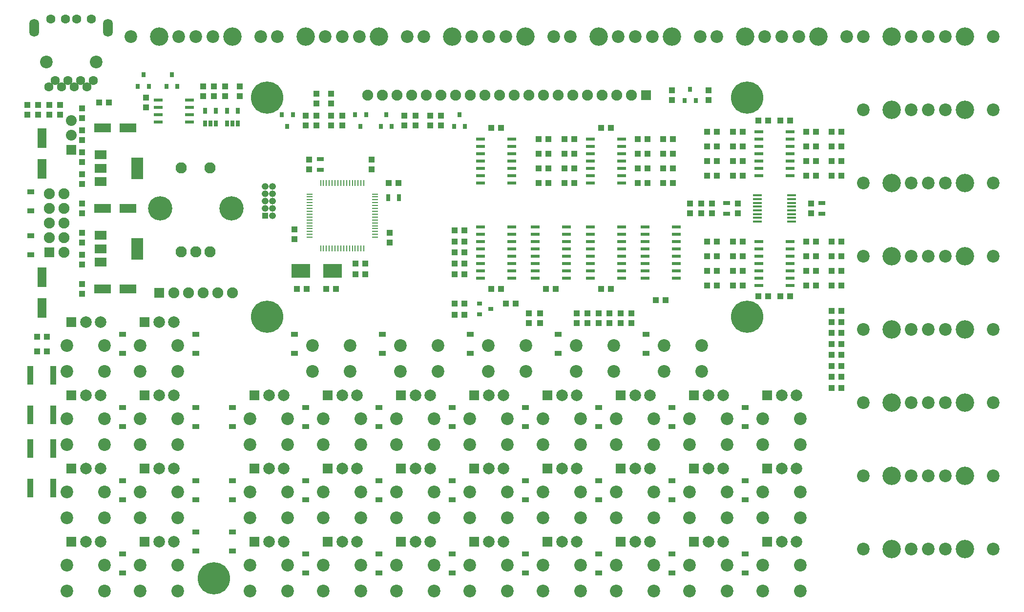
<source format=gts>
G04 #@! TF.GenerationSoftware,KiCad,Pcbnew,(5.0.0-rc2-24-g81af2db)*
G04 #@! TF.CreationDate,2019-03-18T22:47:18-05:00*
G04 #@! TF.ProjectId,sequencer,73657175656E6365722E6B696361645F,1.0*
G04 #@! TF.SameCoordinates,Original*
G04 #@! TF.FileFunction,Soldermask,Top*
G04 #@! TF.FilePolarity,Negative*
%FSLAX46Y46*%
G04 Gerber Fmt 4.6, Leading zero omitted, Abs format (unit mm)*
G04 Created by KiCad (PCBNEW (5.0.0-rc2-24-g81af2db)) date Monday, March 18, 2019 at 10:47:18 PM*
%MOMM*%
%LPD*%
G01*
G04 APERTURE LIST*
%ADD10C,2.200000*%
%ADD11C,3.200000*%
%ADD12R,0.800000X0.900000*%
%ADD13C,1.600000*%
%ADD14O,1.700000X3.100000*%
%ADD15R,1.000000X1.000000*%
%ADD16R,1.700000X1.700000*%
%ADD17O,1.900000X1.900000*%
%ADD18O,1.200000X1.200000*%
%ADD19R,0.250000X1.000000*%
%ADD20R,1.000000X0.250000*%
%ADD21R,1.000000X3.200000*%
%ADD22R,1.500000X0.600000*%
%ADD23R,1.500000X0.450000*%
%ADD24R,3.000000X1.600000*%
%ADD25R,1.600000X3.500000*%
%ADD26R,2.000000X3.800000*%
%ADD27R,2.000000X1.500000*%
%ADD28R,0.650000X1.060000*%
%ADD29C,1.950000*%
%ADD30O,4.200000X4.200000*%
%ADD31R,0.900000X0.800000*%
%ADD32R,1.800000X1.800000*%
%ADD33C,2.000000*%
%ADD34C,1.876400*%
%ADD35R,1.676400X1.676400*%
%ADD36R,1.550000X0.600000*%
%ADD37R,3.325000X2.400000*%
%ADD38R,1.300000X0.700000*%
%ADD39R,0.700000X1.300000*%
%ADD40R,1.200000X0.900000*%
%ADD41C,5.600000*%
G04 APERTURE END LIST*
D10*
G04 #@! TO.C,J1*
X96680000Y-45720000D03*
X104980000Y-45720000D03*
X107950000Y-45720000D03*
D11*
X101600000Y-45720000D03*
G04 #@! TD*
D10*
G04 #@! TO.C,J2*
X119220000Y-45720000D03*
X110920000Y-45720000D03*
X107950000Y-45720000D03*
D11*
X114300000Y-45720000D03*
G04 #@! TD*
D10*
G04 #@! TO.C,J25*
X223680000Y-134620000D03*
X231980000Y-134620000D03*
X234950000Y-134620000D03*
D11*
X228600000Y-134620000D03*
G04 #@! TD*
D10*
G04 #@! TO.C,J24*
X246220000Y-121920000D03*
X237920000Y-121920000D03*
X234950000Y-121920000D03*
D11*
X241300000Y-121920000D03*
G04 #@! TD*
D10*
G04 #@! TO.C,J18*
X246220000Y-83820000D03*
X237920000Y-83820000D03*
X234950000Y-83820000D03*
D11*
X241300000Y-83820000D03*
G04 #@! TD*
D10*
G04 #@! TO.C,J3*
X122080000Y-45720000D03*
X130380000Y-45720000D03*
X133350000Y-45720000D03*
D11*
X127000000Y-45720000D03*
G04 #@! TD*
D10*
G04 #@! TO.C,J4*
X144620000Y-45720000D03*
X136320000Y-45720000D03*
X133350000Y-45720000D03*
D11*
X139700000Y-45720000D03*
G04 #@! TD*
D10*
G04 #@! TO.C,J5*
X147480000Y-45720000D03*
X155780000Y-45720000D03*
X158750000Y-45720000D03*
D11*
X152400000Y-45720000D03*
G04 #@! TD*
D10*
G04 #@! TO.C,J6*
X170020000Y-45720000D03*
X161720000Y-45720000D03*
X158750000Y-45720000D03*
D11*
X165100000Y-45720000D03*
G04 #@! TD*
D10*
G04 #@! TO.C,J7*
X172880000Y-45720000D03*
X181180000Y-45720000D03*
X184150000Y-45720000D03*
D11*
X177800000Y-45720000D03*
G04 #@! TD*
D10*
G04 #@! TO.C,J8*
X195420000Y-45720000D03*
X187120000Y-45720000D03*
X184150000Y-45720000D03*
D11*
X190500000Y-45720000D03*
G04 #@! TD*
D10*
G04 #@! TO.C,J9*
X198280000Y-45720000D03*
X206580000Y-45720000D03*
X209550000Y-45720000D03*
D11*
X203200000Y-45720000D03*
G04 #@! TD*
D10*
G04 #@! TO.C,J10*
X220820000Y-45720000D03*
X212520000Y-45720000D03*
X209550000Y-45720000D03*
D11*
X215900000Y-45720000D03*
G04 #@! TD*
D10*
G04 #@! TO.C,J11*
X223680000Y-45720000D03*
X231980000Y-45720000D03*
X234950000Y-45720000D03*
D11*
X228600000Y-45720000D03*
G04 #@! TD*
D10*
G04 #@! TO.C,J12*
X246220000Y-45720000D03*
X237920000Y-45720000D03*
X234950000Y-45720000D03*
D11*
X241300000Y-45720000D03*
G04 #@! TD*
D10*
G04 #@! TO.C,J13*
X223680000Y-58420000D03*
X231980000Y-58420000D03*
X234950000Y-58420000D03*
D11*
X228600000Y-58420000D03*
G04 #@! TD*
D10*
G04 #@! TO.C,J14*
X246220000Y-58420000D03*
X237920000Y-58420000D03*
X234950000Y-58420000D03*
D11*
X241300000Y-58420000D03*
G04 #@! TD*
D10*
G04 #@! TO.C,J15*
X223680000Y-71120000D03*
X231980000Y-71120000D03*
X234950000Y-71120000D03*
D11*
X228600000Y-71120000D03*
G04 #@! TD*
D10*
G04 #@! TO.C,J16*
X246220000Y-71120000D03*
X237920000Y-71120000D03*
X234950000Y-71120000D03*
D11*
X241300000Y-71120000D03*
G04 #@! TD*
D10*
G04 #@! TO.C,J17*
X223680000Y-83820000D03*
X231980000Y-83820000D03*
X234950000Y-83820000D03*
D11*
X228600000Y-83820000D03*
G04 #@! TD*
D10*
G04 #@! TO.C,J19*
X223680000Y-96520000D03*
X231980000Y-96520000D03*
X234950000Y-96520000D03*
D11*
X228600000Y-96520000D03*
G04 #@! TD*
D10*
G04 #@! TO.C,J20*
X246220000Y-96520000D03*
X237920000Y-96520000D03*
X234950000Y-96520000D03*
D11*
X241300000Y-96520000D03*
G04 #@! TD*
D10*
G04 #@! TO.C,J21*
X223680000Y-109220000D03*
X231980000Y-109220000D03*
X234950000Y-109220000D03*
D11*
X228600000Y-109220000D03*
G04 #@! TD*
D10*
G04 #@! TO.C,J22*
X246220000Y-109220000D03*
X237920000Y-109220000D03*
X234950000Y-109220000D03*
D11*
X241300000Y-109220000D03*
G04 #@! TD*
D10*
G04 #@! TO.C,J23*
X223680000Y-121920000D03*
X231980000Y-121920000D03*
X234950000Y-121920000D03*
D11*
X228600000Y-121920000D03*
G04 #@! TD*
D10*
G04 #@! TO.C,J26*
X246220000Y-134620000D03*
X237920000Y-134620000D03*
X234950000Y-134620000D03*
D11*
X241300000Y-134620000D03*
G04 #@! TD*
D12*
G04 #@! TO.C,D2*
X97922000Y-54356000D03*
X99822000Y-54356000D03*
X98872000Y-52356000D03*
G04 #@! TD*
D13*
G04 #@! TO.C,JP1*
X89834600Y-42697400D03*
X87334600Y-42697400D03*
X85334600Y-42697400D03*
X82834600Y-42697400D03*
D14*
X92734600Y-44197400D03*
X79934600Y-44197400D03*
G04 #@! TD*
D15*
G04 #@! TO.C,R70*
X165735000Y-93765000D03*
X165735000Y-95465000D03*
G04 #@! TD*
D16*
G04 #@! TO.C,JP6*
X101600000Y-90170000D03*
D17*
X104140000Y-90170000D03*
X106680000Y-90170000D03*
X109220000Y-90170000D03*
X111760000Y-90170000D03*
X114300000Y-90170000D03*
G04 #@! TD*
D15*
G04 #@! TO.C,JP4*
X120015000Y-76835000D03*
D18*
X121285000Y-76835000D03*
X120015000Y-75565000D03*
X121285000Y-75565000D03*
X120015000Y-74295000D03*
X121285000Y-74295000D03*
X120015000Y-73025000D03*
X121285000Y-73025000D03*
X120015000Y-71755000D03*
X121285000Y-71755000D03*
G04 #@! TD*
D10*
G04 #@! TO.C,SW39*
X206300000Y-141950000D03*
X212800000Y-141950000D03*
X212800000Y-137450000D03*
X206300000Y-137450000D03*
G04 #@! TD*
G04 #@! TO.C,SW38*
X193600000Y-141950000D03*
X200100000Y-141950000D03*
X200100000Y-137450000D03*
X193600000Y-137450000D03*
G04 #@! TD*
G04 #@! TO.C,SW37*
X180900000Y-141950000D03*
X187400000Y-141950000D03*
X187400000Y-137450000D03*
X180900000Y-137450000D03*
G04 #@! TD*
G04 #@! TO.C,SW36*
X168200000Y-141950000D03*
X174700000Y-141950000D03*
X174700000Y-137450000D03*
X168200000Y-137450000D03*
G04 #@! TD*
G04 #@! TO.C,SW35*
X155500000Y-141950000D03*
X162000000Y-141950000D03*
X162000000Y-137450000D03*
X155500000Y-137450000D03*
G04 #@! TD*
G04 #@! TO.C,SW34*
X142800000Y-141950000D03*
X149300000Y-141950000D03*
X149300000Y-137450000D03*
X142800000Y-137450000D03*
G04 #@! TD*
G04 #@! TO.C,SW33*
X130100000Y-141950000D03*
X136600000Y-141950000D03*
X136600000Y-137450000D03*
X130100000Y-137450000D03*
G04 #@! TD*
G04 #@! TO.C,SW32*
X117400000Y-141950000D03*
X123900000Y-141950000D03*
X123900000Y-137450000D03*
X117400000Y-137450000D03*
G04 #@! TD*
G04 #@! TO.C,SW29*
X206300000Y-129250000D03*
X212800000Y-129250000D03*
X212800000Y-124750000D03*
X206300000Y-124750000D03*
G04 #@! TD*
G04 #@! TO.C,SW28*
X193600000Y-129250000D03*
X200100000Y-129250000D03*
X200100000Y-124750000D03*
X193600000Y-124750000D03*
G04 #@! TD*
G04 #@! TO.C,SW27*
X180900000Y-129250000D03*
X187400000Y-129250000D03*
X187400000Y-124750000D03*
X180900000Y-124750000D03*
G04 #@! TD*
G04 #@! TO.C,SW26*
X168200000Y-129250000D03*
X174700000Y-129250000D03*
X174700000Y-124750000D03*
X168200000Y-124750000D03*
G04 #@! TD*
G04 #@! TO.C,SW25*
X155500000Y-129250000D03*
X162000000Y-129250000D03*
X162000000Y-124750000D03*
X155500000Y-124750000D03*
G04 #@! TD*
G04 #@! TO.C,SW24*
X142800000Y-129250000D03*
X149300000Y-129250000D03*
X149300000Y-124750000D03*
X142800000Y-124750000D03*
G04 #@! TD*
G04 #@! TO.C,SW23*
X130100000Y-129250000D03*
X136600000Y-129250000D03*
X136600000Y-124750000D03*
X130100000Y-124750000D03*
G04 #@! TD*
G04 #@! TO.C,SW22*
X117400000Y-129250000D03*
X123900000Y-129250000D03*
X123900000Y-124750000D03*
X117400000Y-124750000D03*
G04 #@! TD*
G04 #@! TO.C,SW18*
X206300000Y-116550000D03*
X212800000Y-116550000D03*
X212800000Y-112050000D03*
X206300000Y-112050000D03*
G04 #@! TD*
G04 #@! TO.C,SW17*
X193600000Y-116550000D03*
X200100000Y-116550000D03*
X200100000Y-112050000D03*
X193600000Y-112050000D03*
G04 #@! TD*
G04 #@! TO.C,SW16*
X180900000Y-116550000D03*
X187400000Y-116550000D03*
X187400000Y-112050000D03*
X180900000Y-112050000D03*
G04 #@! TD*
G04 #@! TO.C,SW15*
X168200000Y-116550000D03*
X174700000Y-116550000D03*
X174700000Y-112050000D03*
X168200000Y-112050000D03*
G04 #@! TD*
G04 #@! TO.C,SW14*
X155500000Y-116550000D03*
X162000000Y-116550000D03*
X162000000Y-112050000D03*
X155500000Y-112050000D03*
G04 #@! TD*
G04 #@! TO.C,SW13*
X142800000Y-116550000D03*
X149300000Y-116550000D03*
X149300000Y-112050000D03*
X142800000Y-112050000D03*
G04 #@! TD*
G04 #@! TO.C,SW12*
X130100000Y-116550000D03*
X136600000Y-116550000D03*
X136600000Y-112050000D03*
X130100000Y-112050000D03*
G04 #@! TD*
G04 #@! TO.C,SW11*
X117400000Y-116550000D03*
X123900000Y-116550000D03*
X123900000Y-112050000D03*
X117400000Y-112050000D03*
G04 #@! TD*
G04 #@! TO.C,SW31*
X98350000Y-141950000D03*
X104850000Y-141950000D03*
X104850000Y-137450000D03*
X98350000Y-137450000D03*
G04 #@! TD*
G04 #@! TO.C,SW30*
X85650000Y-141950000D03*
X92150000Y-141950000D03*
X92150000Y-137450000D03*
X85650000Y-137450000D03*
G04 #@! TD*
G04 #@! TO.C,SW21*
X98350000Y-129250000D03*
X104850000Y-129250000D03*
X104850000Y-124750000D03*
X98350000Y-124750000D03*
G04 #@! TD*
G04 #@! TO.C,SW20*
X85650000Y-129250000D03*
X92150000Y-129250000D03*
X92150000Y-124750000D03*
X85650000Y-124750000D03*
G04 #@! TD*
G04 #@! TO.C,SW10*
X98350000Y-116550000D03*
X104850000Y-116550000D03*
X104850000Y-112050000D03*
X98350000Y-112050000D03*
G04 #@! TD*
G04 #@! TO.C,SW9*
X85650000Y-116550000D03*
X92150000Y-116550000D03*
X92150000Y-112050000D03*
X85650000Y-112050000D03*
G04 #@! TD*
G04 #@! TO.C,SW2*
X98350000Y-103850000D03*
X104850000Y-103850000D03*
X104850000Y-99350000D03*
X98350000Y-99350000D03*
G04 #@! TD*
G04 #@! TO.C,SW1*
X85650000Y-103850000D03*
X92150000Y-103850000D03*
X92150000Y-99350000D03*
X85650000Y-99350000D03*
G04 #@! TD*
G04 #@! TO.C,SW7*
X189155000Y-103850000D03*
X195655000Y-103850000D03*
X195655000Y-99350000D03*
X189155000Y-99350000D03*
G04 #@! TD*
G04 #@! TO.C,SW6*
X173915000Y-103850000D03*
X180415000Y-103850000D03*
X180415000Y-99350000D03*
X173915000Y-99350000D03*
G04 #@! TD*
G04 #@! TO.C,SW5*
X158675000Y-103850000D03*
X165175000Y-103850000D03*
X165175000Y-99350000D03*
X158675000Y-99350000D03*
G04 #@! TD*
G04 #@! TO.C,SW4*
X143435000Y-103850000D03*
X149935000Y-103850000D03*
X149935000Y-99350000D03*
X143435000Y-99350000D03*
G04 #@! TD*
G04 #@! TO.C,SW3*
X128195000Y-103850000D03*
X134695000Y-103850000D03*
X134695000Y-99350000D03*
X128195000Y-99350000D03*
G04 #@! TD*
D12*
G04 #@! TO.C,Q4*
X152720000Y-61325000D03*
X154620000Y-61325000D03*
X153670000Y-59325000D03*
G04 #@! TD*
G04 #@! TO.C,Q2*
X137475000Y-59325000D03*
X135575000Y-59325000D03*
X136525000Y-61325000D03*
G04 #@! TD*
G04 #@! TO.C,Q3*
X140020000Y-61325000D03*
X141920000Y-61325000D03*
X140970000Y-59325000D03*
G04 #@! TD*
G04 #@! TO.C,Q1*
X124775000Y-59325000D03*
X122875000Y-59325000D03*
X123825000Y-61325000D03*
G04 #@! TD*
D19*
G04 #@! TO.C,U9*
X129600000Y-82520000D03*
X130100000Y-82520000D03*
X130600000Y-82520000D03*
X131100000Y-82520000D03*
X131600000Y-82520000D03*
X132100000Y-82520000D03*
X132600000Y-82520000D03*
X133100000Y-82520000D03*
X133600000Y-82520000D03*
X134100000Y-82520000D03*
X134600000Y-82520000D03*
X135100000Y-82520000D03*
X135600000Y-82520000D03*
X136100000Y-82520000D03*
X136600000Y-82520000D03*
X137100000Y-82520000D03*
D20*
X139050000Y-80570000D03*
X139050000Y-80070000D03*
X139050000Y-79570000D03*
X139050000Y-79070000D03*
X139050000Y-78570000D03*
X139050000Y-78070000D03*
X139050000Y-77570000D03*
X139050000Y-77070000D03*
X139050000Y-76570000D03*
X139050000Y-76070000D03*
X139050000Y-75570000D03*
X139050000Y-75070000D03*
X139050000Y-74570000D03*
X139050000Y-74070000D03*
X139050000Y-73570000D03*
X139050000Y-73070000D03*
D19*
X137100000Y-71120000D03*
X136600000Y-71120000D03*
X136100000Y-71120000D03*
X135600000Y-71120000D03*
X135100000Y-71120000D03*
X134600000Y-71120000D03*
X134100000Y-71120000D03*
X133600000Y-71120000D03*
X133100000Y-71120000D03*
X132600000Y-71120000D03*
X132100000Y-71120000D03*
X131600000Y-71120000D03*
X131100000Y-71120000D03*
X130600000Y-71120000D03*
X130100000Y-71120000D03*
X129600000Y-71120000D03*
D20*
X127650000Y-73070000D03*
X127650000Y-73570000D03*
X127650000Y-74070000D03*
X127650000Y-74570000D03*
X127650000Y-75070000D03*
X127650000Y-75570000D03*
X127650000Y-76070000D03*
X127650000Y-76570000D03*
X127650000Y-77070000D03*
X127650000Y-77570000D03*
X127650000Y-78070000D03*
X127650000Y-78570000D03*
X127650000Y-79070000D03*
X127650000Y-79570000D03*
X127650000Y-80070000D03*
X127650000Y-80570000D03*
G04 #@! TD*
D21*
G04 #@! TO.C,SW19*
X83280000Y-124050000D03*
X83280000Y-117250000D03*
X79280000Y-117250000D03*
X79280000Y-124050000D03*
G04 #@! TD*
G04 #@! TO.C,SW8*
X79280000Y-104550000D03*
X79280000Y-111350000D03*
X83280000Y-111350000D03*
X83280000Y-104550000D03*
G04 #@! TD*
D22*
G04 #@! TO.C,U6*
X181770000Y-71120000D03*
X181770000Y-69850000D03*
X181770000Y-68580000D03*
X181770000Y-67310000D03*
X181770000Y-66040000D03*
X181770000Y-64770000D03*
X181770000Y-63500000D03*
X176370000Y-63500000D03*
X176370000Y-64770000D03*
X176370000Y-66040000D03*
X176370000Y-67310000D03*
X176370000Y-68580000D03*
X176370000Y-69850000D03*
X176370000Y-71120000D03*
G04 #@! TD*
D23*
G04 #@! TO.C,U8*
X205330000Y-73290000D03*
X205330000Y-73940000D03*
X205330000Y-74590000D03*
X205330000Y-75240000D03*
X205330000Y-75890000D03*
X205330000Y-76540000D03*
X205330000Y-77190000D03*
X205330000Y-77840000D03*
X211230000Y-77840000D03*
X211230000Y-77190000D03*
X211230000Y-76540000D03*
X211230000Y-75890000D03*
X211230000Y-75240000D03*
X211230000Y-74590000D03*
X211230000Y-73940000D03*
X211230000Y-73290000D03*
G04 #@! TD*
D24*
G04 #@! TO.C,C24*
X91780000Y-75565000D03*
X96180000Y-75565000D03*
G04 #@! TD*
D25*
G04 #@! TO.C,C13*
X81280000Y-68740000D03*
X81280000Y-63340000D03*
G04 #@! TD*
G04 #@! TO.C,C46*
X81280000Y-92870000D03*
X81280000Y-87470000D03*
G04 #@! TD*
D24*
G04 #@! TO.C,C40*
X91780000Y-89535000D03*
X96180000Y-89535000D03*
G04 #@! TD*
G04 #@! TO.C,C5*
X91780000Y-61595000D03*
X96180000Y-61595000D03*
G04 #@! TD*
D12*
G04 #@! TO.C,D1*
X192725000Y-56880000D03*
X194625000Y-56880000D03*
X193675000Y-54880000D03*
G04 #@! TD*
D16*
G04 #@! TO.C,JP5*
X82550000Y-83185000D03*
D17*
X85090000Y-83185000D03*
X82550000Y-80645000D03*
X85090000Y-80645000D03*
X82550000Y-78105000D03*
X85090000Y-78105000D03*
X82550000Y-75565000D03*
X85090000Y-75565000D03*
X82550000Y-73025000D03*
X85090000Y-73025000D03*
G04 #@! TD*
D26*
G04 #@! TO.C,U7*
X97765000Y-68580000D03*
D27*
X91465000Y-68580000D03*
X91465000Y-70880000D03*
X91465000Y-66280000D03*
G04 #@! TD*
D26*
G04 #@! TO.C,U10*
X97765000Y-82550000D03*
D27*
X91465000Y-82550000D03*
X91465000Y-84850000D03*
X91465000Y-80250000D03*
G04 #@! TD*
D28*
G04 #@! TO.C,U3*
X113350000Y-60790000D03*
X114300000Y-60790000D03*
X115250000Y-60790000D03*
X115250000Y-58590000D03*
X113350000Y-58590000D03*
G04 #@! TD*
D13*
G04 #@! TO.C,JP2*
X90210000Y-53340000D03*
X89110000Y-54440000D03*
X88010000Y-53340000D03*
X86910000Y-54440000D03*
X85810000Y-53340000D03*
X84710000Y-54440000D03*
X83610000Y-53340000D03*
X82510000Y-54440000D03*
D10*
X90660000Y-50170000D03*
X82060000Y-50170000D03*
G04 #@! TD*
D22*
G04 #@! TO.C,U12*
X172245000Y-87630000D03*
X172245000Y-86360000D03*
X172245000Y-85090000D03*
X172245000Y-83820000D03*
X172245000Y-82550000D03*
X172245000Y-81280000D03*
X172245000Y-80010000D03*
X172245000Y-78740000D03*
X166845000Y-78740000D03*
X166845000Y-80010000D03*
X166845000Y-81280000D03*
X166845000Y-82550000D03*
X166845000Y-83820000D03*
X166845000Y-85090000D03*
X166845000Y-86360000D03*
X166845000Y-87630000D03*
G04 #@! TD*
G04 #@! TO.C,U13*
X181770000Y-87630000D03*
X181770000Y-86360000D03*
X181770000Y-85090000D03*
X181770000Y-83820000D03*
X181770000Y-82550000D03*
X181770000Y-81280000D03*
X181770000Y-80010000D03*
X181770000Y-78740000D03*
X176370000Y-78740000D03*
X176370000Y-80010000D03*
X176370000Y-81280000D03*
X176370000Y-82550000D03*
X176370000Y-83820000D03*
X176370000Y-85090000D03*
X176370000Y-86360000D03*
X176370000Y-87630000D03*
G04 #@! TD*
G04 #@! TO.C,U14*
X191295000Y-87630000D03*
X191295000Y-86360000D03*
X191295000Y-85090000D03*
X191295000Y-83820000D03*
X191295000Y-82550000D03*
X191295000Y-81280000D03*
X191295000Y-80010000D03*
X191295000Y-78740000D03*
X185895000Y-78740000D03*
X185895000Y-80010000D03*
X185895000Y-81280000D03*
X185895000Y-82550000D03*
X185895000Y-83820000D03*
X185895000Y-85090000D03*
X185895000Y-86360000D03*
X185895000Y-87630000D03*
G04 #@! TD*
G04 #@! TO.C,U11*
X162720000Y-87630000D03*
X162720000Y-86360000D03*
X162720000Y-85090000D03*
X162720000Y-83820000D03*
X162720000Y-82550000D03*
X162720000Y-81280000D03*
X162720000Y-80010000D03*
X162720000Y-78740000D03*
X157320000Y-78740000D03*
X157320000Y-80010000D03*
X157320000Y-81280000D03*
X157320000Y-82550000D03*
X157320000Y-83820000D03*
X157320000Y-85090000D03*
X157320000Y-86360000D03*
X157320000Y-87630000D03*
G04 #@! TD*
G04 #@! TO.C,U4*
X210980000Y-69850000D03*
X210980000Y-68580000D03*
X210980000Y-67310000D03*
X210980000Y-66040000D03*
X210980000Y-64770000D03*
X210980000Y-63500000D03*
X210980000Y-62230000D03*
X205580000Y-62230000D03*
X205580000Y-63500000D03*
X205580000Y-64770000D03*
X205580000Y-66040000D03*
X205580000Y-67310000D03*
X205580000Y-68580000D03*
X205580000Y-69850000D03*
G04 #@! TD*
G04 #@! TO.C,U15*
X210999434Y-88900000D03*
X210999434Y-87630000D03*
X210999434Y-86360000D03*
X210999434Y-85090000D03*
X210999434Y-83820000D03*
X210999434Y-82550000D03*
X210999434Y-81280000D03*
X205599434Y-81280000D03*
X205599434Y-82550000D03*
X205599434Y-83820000D03*
X205599434Y-85090000D03*
X205599434Y-86360000D03*
X205599434Y-87630000D03*
X205599434Y-88900000D03*
G04 #@! TD*
G04 #@! TO.C,U5*
X157320000Y-63500000D03*
X157320000Y-64770000D03*
X157320000Y-66040000D03*
X157320000Y-67310000D03*
X157320000Y-68580000D03*
X157320000Y-69850000D03*
X157320000Y-71120000D03*
X162720000Y-71120000D03*
X162720000Y-69850000D03*
X162720000Y-68580000D03*
X162720000Y-67310000D03*
X162720000Y-66040000D03*
X162720000Y-64770000D03*
X162720000Y-63500000D03*
G04 #@! TD*
D29*
G04 #@! TO.C,ENC1*
X105450000Y-83065000D03*
X110450000Y-83065000D03*
X107950000Y-83065000D03*
X110450000Y-68565000D03*
X105450000Y-68565000D03*
D30*
X114150000Y-75565000D03*
X101750000Y-75565000D03*
G04 #@! TD*
D31*
G04 #@! TO.C,Q5*
X157115000Y-92075000D03*
X157115000Y-93975000D03*
X159115000Y-93025000D03*
G04 #@! TD*
D32*
G04 #@! TO.C,LED1*
X86360000Y-95250000D03*
D33*
X88900000Y-95250000D03*
X91440000Y-95250000D03*
G04 #@! TD*
D32*
G04 #@! TO.C,LED2*
X99060000Y-95250000D03*
D33*
X101600000Y-95250000D03*
X104140000Y-95250000D03*
G04 #@! TD*
D32*
G04 #@! TO.C,LED3*
X86360000Y-107950000D03*
D33*
X88900000Y-107950000D03*
X91440000Y-107950000D03*
G04 #@! TD*
D32*
G04 #@! TO.C,LED4*
X99060000Y-107950000D03*
D33*
X101600000Y-107950000D03*
X104140000Y-107950000D03*
G04 #@! TD*
D32*
G04 #@! TO.C,LED13*
X86360000Y-120650000D03*
D33*
X88900000Y-120650000D03*
X91440000Y-120650000D03*
G04 #@! TD*
D32*
G04 #@! TO.C,LED14*
X99060000Y-120650000D03*
D33*
X101600000Y-120650000D03*
X104140000Y-120650000D03*
G04 #@! TD*
D32*
G04 #@! TO.C,LED23*
X86360000Y-133350000D03*
D33*
X88900000Y-133350000D03*
X91440000Y-133350000D03*
G04 #@! TD*
D32*
G04 #@! TO.C,LED24*
X99060000Y-133350000D03*
D33*
X101600000Y-133350000D03*
X104140000Y-133350000D03*
G04 #@! TD*
D32*
G04 #@! TO.C,LED5*
X118110000Y-107950000D03*
D33*
X120650000Y-107950000D03*
X123190000Y-107950000D03*
G04 #@! TD*
D32*
G04 #@! TO.C,LED6*
X130810000Y-107950000D03*
D33*
X133350000Y-107950000D03*
X135890000Y-107950000D03*
G04 #@! TD*
D32*
G04 #@! TO.C,LED7*
X143510000Y-107950000D03*
D33*
X146050000Y-107950000D03*
X148590000Y-107950000D03*
G04 #@! TD*
D32*
G04 #@! TO.C,LED8*
X156210000Y-107950000D03*
D33*
X158750000Y-107950000D03*
X161290000Y-107950000D03*
G04 #@! TD*
D32*
G04 #@! TO.C,LED9*
X168910000Y-107950000D03*
D33*
X171450000Y-107950000D03*
X173990000Y-107950000D03*
G04 #@! TD*
D32*
G04 #@! TO.C,LED10*
X181610000Y-107950000D03*
D33*
X184150000Y-107950000D03*
X186690000Y-107950000D03*
G04 #@! TD*
D32*
G04 #@! TO.C,LED11*
X194310000Y-107950000D03*
D33*
X196850000Y-107950000D03*
X199390000Y-107950000D03*
G04 #@! TD*
D32*
G04 #@! TO.C,LED12*
X207010000Y-107950000D03*
D33*
X209550000Y-107950000D03*
X212090000Y-107950000D03*
G04 #@! TD*
D32*
G04 #@! TO.C,LED15*
X118110000Y-120650000D03*
D33*
X120650000Y-120650000D03*
X123190000Y-120650000D03*
G04 #@! TD*
D32*
G04 #@! TO.C,LED16*
X130810000Y-120650000D03*
D33*
X133350000Y-120650000D03*
X135890000Y-120650000D03*
G04 #@! TD*
D32*
G04 #@! TO.C,LED17*
X143510000Y-120650000D03*
D33*
X146050000Y-120650000D03*
X148590000Y-120650000D03*
G04 #@! TD*
D32*
G04 #@! TO.C,LED18*
X156210000Y-120650000D03*
D33*
X158750000Y-120650000D03*
X161290000Y-120650000D03*
G04 #@! TD*
D32*
G04 #@! TO.C,LED19*
X168910000Y-120650000D03*
D33*
X171450000Y-120650000D03*
X173990000Y-120650000D03*
G04 #@! TD*
D32*
G04 #@! TO.C,LED20*
X181610000Y-120650000D03*
D33*
X184150000Y-120650000D03*
X186690000Y-120650000D03*
G04 #@! TD*
D32*
G04 #@! TO.C,LED21*
X194310000Y-120650000D03*
D33*
X196850000Y-120650000D03*
X199390000Y-120650000D03*
G04 #@! TD*
D32*
G04 #@! TO.C,LED22*
X207010000Y-120650000D03*
D33*
X209550000Y-120650000D03*
X212090000Y-120650000D03*
G04 #@! TD*
D32*
G04 #@! TO.C,LED25*
X118110000Y-133350000D03*
D33*
X120650000Y-133350000D03*
X123190000Y-133350000D03*
G04 #@! TD*
D32*
G04 #@! TO.C,LED26*
X130810000Y-133350000D03*
D33*
X133350000Y-133350000D03*
X135890000Y-133350000D03*
G04 #@! TD*
D32*
G04 #@! TO.C,LED27*
X143510000Y-133350000D03*
D33*
X146050000Y-133350000D03*
X148590000Y-133350000D03*
G04 #@! TD*
D32*
G04 #@! TO.C,LED28*
X156210000Y-133350000D03*
D33*
X158750000Y-133350000D03*
X161290000Y-133350000D03*
G04 #@! TD*
D32*
G04 #@! TO.C,LED29*
X168910000Y-133350000D03*
D33*
X171450000Y-133350000D03*
X173990000Y-133350000D03*
G04 #@! TD*
D32*
G04 #@! TO.C,LED30*
X181610000Y-133350000D03*
D33*
X184150000Y-133350000D03*
X186690000Y-133350000D03*
G04 #@! TD*
D32*
G04 #@! TO.C,LED31*
X194310000Y-133350000D03*
D33*
X196850000Y-133350000D03*
X199390000Y-133350000D03*
G04 #@! TD*
D32*
G04 #@! TO.C,LED32*
X207010000Y-133350000D03*
D33*
X209550000Y-133350000D03*
X212090000Y-133350000D03*
G04 #@! TD*
D34*
G04 #@! TO.C,U16*
X86360000Y-62865000D03*
D35*
X86360000Y-65405000D03*
D34*
X86360000Y-60325000D03*
G04 #@! TD*
D28*
G04 #@! TO.C,U2*
X109540000Y-60790000D03*
X110490000Y-60790000D03*
X111440000Y-60790000D03*
X111440000Y-58590000D03*
X109540000Y-58590000D03*
G04 #@! TD*
D36*
G04 #@! TO.C,U1*
X101440000Y-56769000D03*
X101440000Y-58039000D03*
X101440000Y-59309000D03*
X101440000Y-60579000D03*
X106840000Y-60579000D03*
X106840000Y-59309000D03*
X106840000Y-58039000D03*
X106840000Y-56769000D03*
G04 #@! TD*
D37*
G04 #@! TO.C,Y1*
X131667500Y-86360000D03*
X126142500Y-86360000D03*
G04 #@! TD*
D15*
G04 #@! TO.C,R20*
X148590000Y-61175000D03*
X148590000Y-59475000D03*
G04 #@! TD*
G04 #@! TO.C,R17*
X133350000Y-59475000D03*
X133350000Y-61175000D03*
G04 #@! TD*
G04 #@! TO.C,R21*
X150495000Y-59475000D03*
X150495000Y-61175000D03*
G04 #@! TD*
G04 #@! TO.C,R7*
X131445000Y-57365000D03*
X131445000Y-55665000D03*
G04 #@! TD*
G04 #@! TO.C,R19*
X146050000Y-61175000D03*
X146050000Y-59475000D03*
G04 #@! TD*
G04 #@! TO.C,R14*
X127000000Y-59475000D03*
X127000000Y-61175000D03*
G04 #@! TD*
G04 #@! TO.C,R18*
X144145000Y-59475000D03*
X144145000Y-61175000D03*
G04 #@! TD*
G04 #@! TO.C,R6*
X128905000Y-57365000D03*
X128905000Y-55665000D03*
G04 #@! TD*
G04 #@! TO.C,R86*
X218225000Y-106680000D03*
X219925000Y-106680000D03*
G04 #@! TD*
G04 #@! TO.C,R85*
X218225000Y-104775000D03*
X219925000Y-104775000D03*
G04 #@! TD*
G04 #@! TO.C,R84*
X218225000Y-102870000D03*
X219925000Y-102870000D03*
G04 #@! TD*
G04 #@! TO.C,R83*
X218225000Y-100965000D03*
X219925000Y-100965000D03*
G04 #@! TD*
G04 #@! TO.C,R81*
X218225000Y-99060000D03*
X219925000Y-99060000D03*
G04 #@! TD*
G04 #@! TO.C,R80*
X218225000Y-97155000D03*
X219925000Y-97155000D03*
G04 #@! TD*
G04 #@! TO.C,R78*
X218225000Y-95250000D03*
X219925000Y-95250000D03*
G04 #@! TD*
G04 #@! TO.C,R68*
X218225000Y-93345000D03*
X219925000Y-93345000D03*
G04 #@! TD*
G04 #@! TO.C,R82*
X82130000Y-100330000D03*
X80430000Y-100330000D03*
G04 #@! TD*
G04 #@! TO.C,R79*
X80430000Y-97790000D03*
X82130000Y-97790000D03*
G04 #@! TD*
G04 #@! TO.C,R39*
X186270000Y-68580000D03*
X184570000Y-68580000D03*
G04 #@! TD*
G04 #@! TO.C,R32*
X186270000Y-66040000D03*
X184570000Y-66040000D03*
G04 #@! TD*
G04 #@! TO.C,R40*
X190715000Y-68580000D03*
X189015000Y-68580000D03*
G04 #@! TD*
G04 #@! TO.C,R33*
X190715000Y-66040000D03*
X189015000Y-66040000D03*
G04 #@! TD*
G04 #@! TO.C,R46*
X190715000Y-71120000D03*
X189015000Y-71120000D03*
G04 #@! TD*
G04 #@! TO.C,R27*
X190715000Y-63500000D03*
X189015000Y-63500000D03*
G04 #@! TD*
G04 #@! TO.C,R31*
X171870000Y-66040000D03*
X173570000Y-66040000D03*
G04 #@! TD*
G04 #@! TO.C,R38*
X171870000Y-68580000D03*
X173570000Y-68580000D03*
G04 #@! TD*
G04 #@! TO.C,R30*
X167425000Y-66040000D03*
X169125000Y-66040000D03*
G04 #@! TD*
G04 #@! TO.C,R37*
X167425000Y-68580000D03*
X169125000Y-68580000D03*
G04 #@! TD*
G04 #@! TO.C,R26*
X167425000Y-63500000D03*
X169125000Y-63500000D03*
G04 #@! TD*
G04 #@! TO.C,R45*
X167425000Y-71120000D03*
X169125000Y-71120000D03*
G04 #@! TD*
G04 #@! TO.C,R2*
X109220000Y-56095000D03*
X109220000Y-54395000D03*
G04 #@! TD*
G04 #@! TO.C,R1*
X99314000Y-56300000D03*
X99314000Y-58000000D03*
G04 #@! TD*
G04 #@! TO.C,R4*
X113030000Y-54395000D03*
X113030000Y-56095000D03*
G04 #@! TD*
G04 #@! TO.C,R3*
X111125000Y-54395000D03*
X111125000Y-56095000D03*
G04 #@! TD*
G04 #@! TO.C,L1*
X88265000Y-76415000D03*
X88265000Y-74715000D03*
G04 #@! TD*
G04 #@! TO.C,L2*
X88265000Y-90385000D03*
X88265000Y-88685000D03*
G04 #@! TD*
G04 #@! TO.C,R8*
X196850000Y-56730000D03*
X196850000Y-55030000D03*
G04 #@! TD*
G04 #@! TO.C,R5*
X115570000Y-54395000D03*
X115570000Y-56095000D03*
G04 #@! TD*
G04 #@! TO.C,R24*
X213780000Y-62230000D03*
X215480000Y-62230000D03*
G04 #@! TD*
G04 #@! TO.C,R43*
X213780000Y-69850000D03*
X215480000Y-69850000D03*
G04 #@! TD*
G04 #@! TO.C,R23*
X202780000Y-62230000D03*
X201080000Y-62230000D03*
G04 #@! TD*
G04 #@! TO.C,R42*
X202780000Y-69850000D03*
X201080000Y-69850000D03*
G04 #@! TD*
G04 #@! TO.C,R44*
X218225000Y-69850000D03*
X219925000Y-69850000D03*
G04 #@! TD*
G04 #@! TO.C,R35*
X213780000Y-67310000D03*
X215480000Y-67310000D03*
G04 #@! TD*
G04 #@! TO.C,R25*
X218225000Y-62230000D03*
X219925000Y-62230000D03*
G04 #@! TD*
G04 #@! TO.C,R29*
X213780000Y-64770000D03*
X215480000Y-64770000D03*
G04 #@! TD*
G04 #@! TO.C,R22*
X198335000Y-62230000D03*
X196635000Y-62230000D03*
G04 #@! TD*
G04 #@! TO.C,R28*
X202780000Y-64770000D03*
X201080000Y-64770000D03*
G04 #@! TD*
G04 #@! TO.C,R41*
X198335000Y-69850000D03*
X196635000Y-69850000D03*
G04 #@! TD*
G04 #@! TO.C,R34*
X202780000Y-67310000D03*
X201080000Y-67310000D03*
G04 #@! TD*
G04 #@! TO.C,R64*
X213799434Y-88900000D03*
X215499434Y-88900000D03*
G04 #@! TD*
G04 #@! TO.C,R53*
X213799434Y-81280000D03*
X215499434Y-81280000D03*
G04 #@! TD*
G04 #@! TO.C,R52*
X202780000Y-81280000D03*
X201080000Y-81280000D03*
G04 #@! TD*
G04 #@! TO.C,R63*
X202780000Y-88900000D03*
X201080000Y-88900000D03*
G04 #@! TD*
G04 #@! TO.C,R65*
X218225000Y-88900000D03*
X219925000Y-88900000D03*
G04 #@! TD*
G04 #@! TO.C,R60*
X213780000Y-86360000D03*
X215480000Y-86360000D03*
G04 #@! TD*
G04 #@! TO.C,R54*
X218225000Y-81280000D03*
X219925000Y-81280000D03*
G04 #@! TD*
G04 #@! TO.C,R57*
X213780000Y-83820000D03*
X215480000Y-83820000D03*
G04 #@! TD*
G04 #@! TO.C,R51*
X198335000Y-81280000D03*
X196635000Y-81280000D03*
G04 #@! TD*
G04 #@! TO.C,R56*
X202799434Y-83820000D03*
X201099434Y-83820000D03*
G04 #@! TD*
G04 #@! TO.C,R62*
X198335000Y-88900000D03*
X196635000Y-88900000D03*
G04 #@! TD*
G04 #@! TO.C,R59*
X202780000Y-86360000D03*
X201080000Y-86360000D03*
G04 #@! TD*
G04 #@! TO.C,R50*
X154520000Y-81280000D03*
X152820000Y-81280000D03*
G04 #@! TD*
G04 #@! TO.C,R55*
X154520000Y-83185000D03*
X152820000Y-83185000D03*
G04 #@! TD*
G04 #@! TO.C,R58*
X154520000Y-85090000D03*
X152820000Y-85090000D03*
G04 #@! TD*
G04 #@! TO.C,R61*
X154520000Y-86995000D03*
X152820000Y-86995000D03*
G04 #@! TD*
G04 #@! TO.C,R49*
X154520000Y-79375000D03*
X152820000Y-79375000D03*
G04 #@! TD*
G04 #@! TO.C,R77*
X183515000Y-93765000D03*
X183515000Y-95465000D03*
G04 #@! TD*
G04 #@! TO.C,R76*
X181610000Y-93765000D03*
X181610000Y-95465000D03*
G04 #@! TD*
G04 #@! TO.C,R75*
X179705000Y-93765000D03*
X179705000Y-95465000D03*
G04 #@! TD*
G04 #@! TO.C,R74*
X177800000Y-93765000D03*
X177800000Y-95465000D03*
G04 #@! TD*
G04 #@! TO.C,R73*
X175895000Y-93765000D03*
X175895000Y-95465000D03*
G04 #@! TD*
G04 #@! TO.C,R72*
X173990000Y-93765000D03*
X173990000Y-95465000D03*
G04 #@! TD*
G04 #@! TO.C,R71*
X167640000Y-93765000D03*
X167640000Y-95465000D03*
G04 #@! TD*
G04 #@! TO.C,R48*
X195580000Y-74715000D03*
X195580000Y-76415000D03*
G04 #@! TD*
G04 #@! TO.C,R47*
X193675000Y-76415000D03*
X193675000Y-74715000D03*
G04 #@! TD*
G04 #@! TO.C,R10*
X78740000Y-59270000D03*
X78740000Y-57570000D03*
G04 #@! TD*
G04 #@! TO.C,R11*
X80645000Y-59270000D03*
X80645000Y-57570000D03*
G04 #@! TD*
G04 #@! TO.C,R12*
X82550000Y-59270000D03*
X82550000Y-57570000D03*
G04 #@! TD*
G04 #@! TO.C,R13*
X84455000Y-59270000D03*
X84455000Y-57570000D03*
G04 #@! TD*
G04 #@! TO.C,R67*
X161710000Y-92075000D03*
X163410000Y-92075000D03*
G04 #@! TD*
G04 #@! TO.C,R9*
X91225000Y-57150000D03*
X92925000Y-57150000D03*
G04 #@! TD*
G04 #@! TO.C,R66*
X152820000Y-92075000D03*
X154520000Y-92075000D03*
G04 #@! TD*
G04 #@! TO.C,R69*
X152820000Y-93980000D03*
X154520000Y-93980000D03*
G04 #@! TD*
G04 #@! TO.C,R36*
X138430000Y-67095000D03*
X138430000Y-68795000D03*
G04 #@! TD*
G04 #@! TO.C,C42*
X130595000Y-89535000D03*
X132295000Y-89535000D03*
G04 #@! TD*
G04 #@! TO.C,C41*
X127215000Y-89535000D03*
X125515000Y-89535000D03*
G04 #@! TD*
G04 #@! TO.C,C49*
X187745000Y-91440000D03*
X189445000Y-91440000D03*
G04 #@! TD*
G04 #@! TO.C,C45*
X178220000Y-89535000D03*
X179920000Y-89535000D03*
G04 #@! TD*
G04 #@! TO.C,C44*
X168695000Y-89535000D03*
X170395000Y-89535000D03*
G04 #@! TD*
G04 #@! TO.C,C43*
X159170000Y-89535000D03*
X160870000Y-89535000D03*
G04 #@! TD*
G04 #@! TO.C,C6*
X159170000Y-61595000D03*
X160870000Y-61595000D03*
G04 #@! TD*
G04 #@! TO.C,C22*
X184570000Y-71120000D03*
X186270000Y-71120000D03*
G04 #@! TD*
G04 #@! TO.C,C10*
X184570000Y-63500000D03*
X186270000Y-63500000D03*
G04 #@! TD*
G04 #@! TO.C,C9*
X173570000Y-63500000D03*
X171870000Y-63500000D03*
G04 #@! TD*
G04 #@! TO.C,C21*
X173570000Y-71120000D03*
X171870000Y-71120000D03*
G04 #@! TD*
G04 #@! TO.C,C7*
X178220000Y-61595000D03*
X179920000Y-61595000D03*
G04 #@! TD*
G04 #@! TO.C,C19*
X88265000Y-71335000D03*
X88265000Y-69635000D03*
G04 #@! TD*
G04 #@! TO.C,C14*
X88265000Y-67525000D03*
X88265000Y-65825000D03*
G04 #@! TD*
G04 #@! TO.C,C35*
X88265000Y-85305000D03*
X88265000Y-83605000D03*
G04 #@! TD*
G04 #@! TO.C,C31*
X88265000Y-81495000D03*
X88265000Y-79795000D03*
G04 #@! TD*
G04 #@! TO.C,C1*
X190500000Y-56730000D03*
X190500000Y-55030000D03*
G04 #@! TD*
G04 #@! TO.C,C8*
X88265000Y-63715000D03*
X88265000Y-62015000D03*
G04 #@! TD*
G04 #@! TO.C,C2*
X88265000Y-59905000D03*
X88265000Y-58205000D03*
G04 #@! TD*
G04 #@! TO.C,C30*
X125095000Y-80860000D03*
X125095000Y-79160000D03*
G04 #@! TD*
G04 #@! TO.C,C32*
X141605000Y-79795000D03*
X141605000Y-81495000D03*
G04 #@! TD*
G04 #@! TO.C,C20*
X141390000Y-71120000D03*
X143090000Y-71120000D03*
G04 #@! TD*
G04 #@! TO.C,C17*
X127635000Y-68795000D03*
X127635000Y-67095000D03*
G04 #@! TD*
G04 #@! TO.C,C39*
X137375000Y-86995000D03*
X135675000Y-86995000D03*
G04 #@! TD*
G04 #@! TO.C,C36*
X137375000Y-85090000D03*
X135675000Y-85090000D03*
G04 #@! TD*
G04 #@! TO.C,C16*
X218225000Y-67310000D03*
X219925000Y-67310000D03*
G04 #@! TD*
G04 #@! TO.C,C12*
X218225000Y-64770000D03*
X219925000Y-64770000D03*
G04 #@! TD*
G04 #@! TO.C,C11*
X198335000Y-64770000D03*
X196635000Y-64770000D03*
G04 #@! TD*
G04 #@! TO.C,C15*
X198335000Y-67310000D03*
X196635000Y-67310000D03*
G04 #@! TD*
G04 #@! TO.C,C38*
X218225000Y-86360000D03*
X219925000Y-86360000D03*
G04 #@! TD*
G04 #@! TO.C,C34*
X218225000Y-83820000D03*
X219925000Y-83820000D03*
G04 #@! TD*
G04 #@! TO.C,C33*
X198335000Y-83820000D03*
X196635000Y-83820000D03*
G04 #@! TD*
G04 #@! TO.C,C37*
X198335000Y-86360000D03*
X196635000Y-86360000D03*
G04 #@! TD*
G04 #@! TO.C,C4*
X209335000Y-60325000D03*
X211035000Y-60325000D03*
G04 #@! TD*
G04 #@! TO.C,C48*
X209335000Y-90805000D03*
X211035000Y-90805000D03*
G04 #@! TD*
G04 #@! TO.C,C3*
X205525000Y-60325000D03*
X207225000Y-60325000D03*
G04 #@! TD*
G04 #@! TO.C,C47*
X205525000Y-90805000D03*
X207225000Y-90805000D03*
G04 #@! TD*
G04 #@! TO.C,C27*
X201930000Y-76415000D03*
X201930000Y-74715000D03*
G04 #@! TD*
G04 #@! TO.C,C28*
X214630000Y-76415000D03*
X214630000Y-74715000D03*
G04 #@! TD*
G04 #@! TO.C,C25*
X197485000Y-74715000D03*
X197485000Y-76415000D03*
G04 #@! TD*
D38*
G04 #@! TO.C,C29*
X216535000Y-76515000D03*
X216535000Y-74615000D03*
G04 #@! TD*
G04 #@! TO.C,C26*
X200025000Y-76515000D03*
X200025000Y-74615000D03*
G04 #@! TD*
D39*
G04 #@! TO.C,C23*
X143190000Y-73660000D03*
X141290000Y-73660000D03*
G04 #@! TD*
D38*
G04 #@! TO.C,C18*
X129540000Y-66995000D03*
X129540000Y-68895000D03*
G04 #@! TD*
D40*
G04 #@! TO.C,D4*
X79375000Y-83565000D03*
X79375000Y-80265000D03*
G04 #@! TD*
G04 #@! TO.C,D3*
X79375000Y-75945000D03*
X79375000Y-72645000D03*
G04 #@! TD*
G04 #@! TO.C,D7*
X125095000Y-97410000D03*
X125095000Y-100710000D03*
G04 #@! TD*
G04 #@! TO.C,D8*
X140335000Y-97410000D03*
X140335000Y-100710000D03*
G04 #@! TD*
G04 #@! TO.C,D9*
X155575000Y-97410000D03*
X155575000Y-100710000D03*
G04 #@! TD*
G04 #@! TO.C,D10*
X170815000Y-97410000D03*
X170815000Y-100710000D03*
G04 #@! TD*
G04 #@! TO.C,D11*
X186055000Y-97410000D03*
X186055000Y-100710000D03*
G04 #@! TD*
G04 #@! TO.C,D5*
X95250000Y-97410000D03*
X95250000Y-100710000D03*
G04 #@! TD*
G04 #@! TO.C,D6*
X107950000Y-97410000D03*
X107950000Y-100710000D03*
G04 #@! TD*
G04 #@! TO.C,D12*
X95250000Y-110110000D03*
X95250000Y-113410000D03*
G04 #@! TD*
G04 #@! TO.C,D13*
X107950000Y-110110000D03*
X107950000Y-113410000D03*
G04 #@! TD*
G04 #@! TO.C,D22*
X95250000Y-122810000D03*
X95250000Y-126110000D03*
G04 #@! TD*
G04 #@! TO.C,D23*
X107950000Y-122810000D03*
X107950000Y-126110000D03*
G04 #@! TD*
G04 #@! TO.C,D34*
X95250000Y-135510000D03*
X95250000Y-138810000D03*
G04 #@! TD*
G04 #@! TO.C,D32*
X107950000Y-131700000D03*
X107950000Y-135000000D03*
G04 #@! TD*
G04 #@! TO.C,D14*
X114300000Y-110110000D03*
X114300000Y-113410000D03*
G04 #@! TD*
G04 #@! TO.C,D15*
X127000000Y-110110000D03*
X127000000Y-113410000D03*
G04 #@! TD*
G04 #@! TO.C,D16*
X139700000Y-110110000D03*
X139700000Y-113410000D03*
G04 #@! TD*
G04 #@! TO.C,D17*
X152400000Y-110110000D03*
X152400000Y-113410000D03*
G04 #@! TD*
G04 #@! TO.C,D18*
X165100000Y-110110000D03*
X165100000Y-113410000D03*
G04 #@! TD*
G04 #@! TO.C,D19*
X177800000Y-110110000D03*
X177800000Y-113410000D03*
G04 #@! TD*
G04 #@! TO.C,D20*
X190500000Y-110110000D03*
X190500000Y-113410000D03*
G04 #@! TD*
G04 #@! TO.C,D21*
X203200000Y-110110000D03*
X203200000Y-113410000D03*
G04 #@! TD*
G04 #@! TO.C,D24*
X114300000Y-122810000D03*
X114300000Y-126110000D03*
G04 #@! TD*
G04 #@! TO.C,D25*
X127000000Y-122810000D03*
X127000000Y-126110000D03*
G04 #@! TD*
G04 #@! TO.C,D26*
X139700000Y-122810000D03*
X139700000Y-126110000D03*
G04 #@! TD*
G04 #@! TO.C,D27*
X152400000Y-122810000D03*
X152400000Y-126110000D03*
G04 #@! TD*
G04 #@! TO.C,D28*
X165100000Y-122810000D03*
X165100000Y-126110000D03*
G04 #@! TD*
G04 #@! TO.C,D29*
X177800000Y-122810000D03*
X177800000Y-126110000D03*
G04 #@! TD*
G04 #@! TO.C,D30*
X190500000Y-122810000D03*
X190500000Y-126110000D03*
G04 #@! TD*
G04 #@! TO.C,D31*
X203200000Y-122810000D03*
X203200000Y-126110000D03*
G04 #@! TD*
G04 #@! TO.C,D33*
X114300000Y-131700000D03*
X114300000Y-135000000D03*
G04 #@! TD*
G04 #@! TO.C,D35*
X127000000Y-135510000D03*
X127000000Y-138810000D03*
G04 #@! TD*
G04 #@! TO.C,D36*
X139700000Y-135510000D03*
X139700000Y-138810000D03*
G04 #@! TD*
G04 #@! TO.C,D37*
X152400000Y-135510000D03*
X152400000Y-138810000D03*
G04 #@! TD*
G04 #@! TO.C,D38*
X165100000Y-135510000D03*
X165100000Y-138810000D03*
G04 #@! TD*
G04 #@! TO.C,D39*
X177800000Y-135510000D03*
X177800000Y-138810000D03*
G04 #@! TD*
G04 #@! TO.C,D40*
X190500000Y-135510000D03*
X190500000Y-138810000D03*
G04 #@! TD*
G04 #@! TO.C,D41*
X203200000Y-135510000D03*
X203200000Y-138810000D03*
G04 #@! TD*
D16*
G04 #@! TO.C,JP3*
X186055000Y-55880000D03*
D17*
X183515000Y-55880000D03*
X180975000Y-55880000D03*
X178435000Y-55880000D03*
X175895000Y-55880000D03*
X173355000Y-55880000D03*
X170815000Y-55880000D03*
X168275000Y-55880000D03*
X165735000Y-55880000D03*
X163195000Y-55880000D03*
X160655000Y-55880000D03*
X158115000Y-55880000D03*
X155575000Y-55880000D03*
X153035000Y-55880000D03*
X150495000Y-55880000D03*
X147955000Y-55880000D03*
X145415000Y-55880000D03*
X142875000Y-55880000D03*
X140335000Y-55880000D03*
X137795000Y-55880000D03*
D41*
X120325000Y-56380000D03*
X203525000Y-56380000D03*
X120325000Y-94380000D03*
X203525000Y-94380000D03*
G04 #@! TD*
G04 #@! TO.C,REF\002A\002A*
X111125000Y-139700000D03*
G04 #@! TD*
D15*
G04 #@! TO.C,R15*
X128905000Y-59475000D03*
X128905000Y-61175000D03*
G04 #@! TD*
G04 #@! TO.C,R16*
X131445000Y-59475000D03*
X131445000Y-61175000D03*
G04 #@! TD*
D12*
G04 #@! TO.C,D42*
X102870000Y-54356000D03*
X104770000Y-54356000D03*
X103820000Y-52356000D03*
G04 #@! TD*
M02*

</source>
